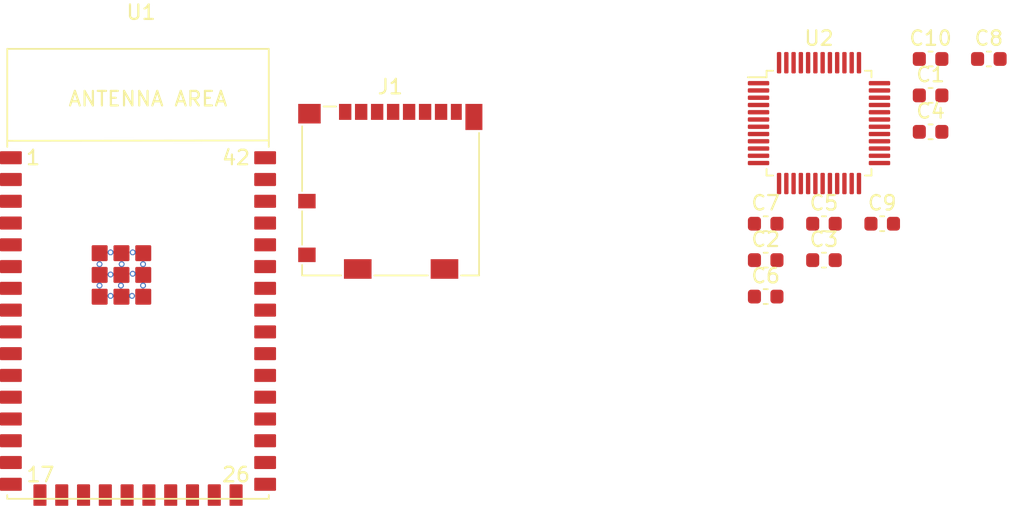
<source format=kicad_pcb>
(kicad_pcb (version 20210228) (generator pcbnew)
  (layers (0 "F.Cu" signal) (31 "B.Cu" signal) (34 "B.Paste" user) (35 "F.Paste" user) (36 "B.SilkS" user "B.Silkscreen") (37 "F.SilkS" user "F.Silkscreen") (38 "B.Mask" user) (39 "F.Mask" user) (44 "Edge.Cuts" user))
  (net 0 "")
  (net 1 "GNDA")
  (net 2 "VCC")
  (net 3 "GNDD")
  (net 40 "/CODEC_SI")
  (net 41 "/CODEC_SO")
  (net 65 "/Audio/CODEC_SO")
  (net 66 "/Audio/CODEC_SI")
  (net 67 "/Audio/CODEC_SCLK")
  (net 71 "/Audio/CODEC_~xCS")
  (net 75 "/Audio/CODEC_~xDCS")
  (net 80 "/Audio/CODEC_DREQ")
  (footprint "Capacitor_SMD:C_0603_1608Metric" (layer "F.Cu") (at 136.66 66.74)
    (fp_text reference "C5" (at 0 -1.43) (layer "F.SilkS"))
    (fp_text value "100nF")
    (fp_line (start -0.14058 0.51) (end 0.14058 0.51) (layer "F.SilkS") (width 0.12))
    (fp_line (start -0.14058 -0.51) (end 0.14058 -0.51) (layer "F.SilkS") (width 0.12))
    (pad "1" smd roundrect (at -0.775 0) (size 0.9 0.95) (layers "F.Cu" "F.Paste" "F.Mask") (net 2 "VCC"))
    (pad "2" smd roundrect (at 0.775 0) (size 0.9 0.95) (layers "F.Cu" "F.Paste" "F.Mask") (net 3 "GNDD"))
  )
  (footprint "Capacitor_SMD:C_0603_1608Metric" (layer "F.Cu") (at 144 57.9)
    (fp_text reference "C1" (at 0 -1.43) (layer "F.SilkS"))
    (fp_text value "100nF")
    (fp_line (start -0.14058 -0.51) (end 0.14058 -0.51) (layer "F.SilkS") (width 0.12))
    (fp_line (start -0.14058 0.51) (end 0.14058 0.51) (layer "F.SilkS") (width 0.12))
    (pad "1" smd roundrect (at -0.775 0) (size 0.9 0.95) (layers "F.Cu" "F.Paste" "F.Mask") (net 2 "VCC"))
    (pad "2" smd roundrect (at 0.775 0) (size 0.9 0.95) (layers "F.Cu" "F.Paste" "F.Mask") (net 1 "GNDA"))
  )
  (footprint "Capacitor_SMD:C_0603_1608Metric" (layer "F.Cu") (at 132.65 66.74)
    (fp_text reference "C7" (at 0 -1.43) (layer "F.SilkS"))
    (fp_text value "100nF")
    (fp_line (start -0.14058 -0.51) (end 0.14058 -0.51) (layer "F.SilkS") (width 0.12))
    (fp_line (start -0.14058 0.51) (end 0.14058 0.51) (layer "F.SilkS") (width 0.12))
    (pad "1" smd roundrect (at -0.775 0) (size 0.9 0.95) (layers "F.Cu" "F.Paste" "F.Mask") (net 2 "VCC"))
    (pad "2" smd roundrect (at 0.775 0) (size 0.9 0.95) (layers "F.Cu" "F.Paste" "F.Mask") (net 3 "GNDD"))
  )
  (footprint "Capacitor_SMD:C_0603_1608Metric" (layer "F.Cu") (at 132.65 71.76)
    (fp_text reference "C6" (at 0 -1.43) (layer "F.SilkS"))
    (fp_text value "100nF")
    (fp_line (start -0.14058 0.51) (end 0.14058 0.51) (layer "F.SilkS") (width 0.12))
    (fp_line (start -0.14058 -0.51) (end 0.14058 -0.51) (layer "F.SilkS") (width 0.12))
    (pad "1" smd roundrect (at -0.775 0) (size 0.9 0.95) (layers "F.Cu" "F.Paste" "F.Mask") (net 2 "VCC"))
    (pad "2" smd roundrect (at 0.775 0) (size 0.9 0.95) (layers "F.Cu" "F.Paste" "F.Mask") (net 3 "GNDD"))
  )
  (footprint "Capacitor_SMD:C_0603_1608Metric" (layer "F.Cu") (at 144 60.41)
    (fp_text reference "C4" (at 0 -1.43) (layer "F.SilkS"))
    (fp_text value "100nF")
    (fp_line (start -0.14058 -0.51) (end 0.14058 -0.51) (layer "F.SilkS") (width 0.12))
    (fp_line (start -0.14058 0.51) (end 0.14058 0.51) (layer "F.SilkS") (width 0.12))
    (pad "1" smd roundrect (at -0.775 0) (size 0.9 0.95) (layers "F.Cu" "F.Paste" "F.Mask") (net 2 "VCC"))
    (pad "2" smd roundrect (at 0.775 0) (size 0.9 0.95) (layers "F.Cu" "F.Paste" "F.Mask") (net 3 "GNDD"))
  )
  (footprint "Package_QFP:LQFP-48_7x7mm_P0.5mm" (layer "F.Cu") (at 136.32 59.81)
    (fp_text reference "U2" (at 0 -5.85) (layer "F.SilkS"))
    (fp_text value "VS1053B")
    (fp_line (start -3.16 3.61) (end -3.61 3.61) (layer "F.SilkS") (width 0.12))
    (fp_line (start -3.16 -3.61) (end -3.61 -3.61) (layer "F.SilkS") (width 0.12))
    (fp_line (start -3.61 -3.16) (end -4.9 -3.16) (layer "F.SilkS") (width 0.12))
    (fp_line (start 3.16 -3.61) (end 3.61 -3.61) (layer "F.SilkS") (width 0.12))
    (fp_line (start -3.61 3.61) (end -3.61 3.16) (layer "F.SilkS") (width 0.12))
    (fp_line (start 3.16 3.61) (end 3.61 3.61) (layer "F.SilkS") (width 0.12))
    (fp_line (start 3.61 -3.61) (end 3.61 -3.16) (layer "F.SilkS") (width 0.12))
    (fp_line (start 3.61 3.61) (end 3.61 3.16) (layer "F.SilkS") (width 0.12))
    (fp_line (start -3.61 -3.61) (end -3.61 -3.16) (layer "F.SilkS") (width 0.12))
    (pad "1" smd roundrect (at -4.1625 -2.75) (size 1.475 0.3) (layers "F.Cu" "F.Paste" "F.Mask"))
    (pad "2" smd roundrect (at -4.1625 -2.25) (size 1.475 0.3) (layers "F.Cu" "F.Paste" "F.Mask"))
    (pad "3" smd roundrect (at -4.1625 -1.75) (size 1.475 0.3) (layers "F.Cu" "F.Paste" "F.Mask"))
    (pad "4" smd roundrect (at -4.1625 -1.25) (size 1.475 0.3) (layers "F.Cu" "F.Paste" "F.Mask") (net 3 "GNDD"))
    (pad "5" smd roundrect (at -4.1625 -0.75) (size 1.475 0.3) (layers "F.Cu" "F.Paste" "F.Mask") (net 2 "VCC"))
    (pad "6" smd roundrect (at -4.1625 -0.25) (size 1.475 0.3) (layers "F.Cu" "F.Paste" "F.Mask") (net 2 "VCC"))
    (pad "7" smd roundrect (at -4.1625 0.25) (size 1.475 0.3) (layers "F.Cu" "F.Paste" "F.Mask") (net 2 "VCC"))
    (pad "8" smd roundrect (at -4.1625 0.75) (size 1.475 0.3) (layers "F.Cu" "F.Paste" "F.Mask") (net 80 "/Audio/CODEC_DREQ"))
    (pad "9" smd roundrect (at -4.1625 1.25) (size 1.475 0.3) (layers "F.Cu" "F.Paste" "F.Mask"))
    (pad "10" smd roundrect (at -4.1625 1.75) (size 1.475 0.3) (layers "F.Cu" "F.Paste" "F.Mask"))
    (pad "11" smd roundrect (at -4.1625 2.25) (size 1.475 0.3) (layers "F.Cu" "F.Paste" "F.Mask"))
    (pad "12" smd roundrect (at -4.1625 2.75) (size 1.475 0.3) (layers "F.Cu" "F.Paste" "F.Mask"))
    (pad "13" smd roundrect (at -2.75 4.1625) (size 0.3 1.475) (layers "F.Cu" "F.Paste" "F.Mask") (net 75 "/Audio/CODEC_~xDCS"))
    (pad "14" smd roundrect (at -2.25 4.1625) (size 0.3 1.475) (layers "F.Cu" "F.Paste" "F.Mask") (net 2 "VCC"))
    (pad "15" smd roundrect (at -1.75 4.1625) (size 0.3 1.475) (layers "F.Cu" "F.Paste" "F.Mask"))
    (pad "16" smd roundrect (at -1.25 4.1625) (size 0.3 1.475) (layers "F.Cu" "F.Paste" "F.Mask") (net 3 "GNDD"))
    (pad "17" smd roundrect (at -0.75 4.1625) (size 0.3 1.475) (layers "F.Cu" "F.Paste" "F.Mask"))
    (pad "18" smd roundrect (at -0.25 4.1625) (size 0.3 1.475) (layers "F.Cu" "F.Paste" "F.Mask"))
    (pad "19" smd roundrect (at 0.25 4.1625) (size 0.3 1.475) (layers "F.Cu" "F.Paste" "F.Mask") (net 2 "VCC"))
    (pad "20" smd roundrect (at 0.75 4.1625) (size 0.3 1.475) (layers "F.Cu" "F.Paste" "F.Mask") (net 3 "GNDD"))
    (pad "21" smd roundrect (at 1.25 4.1625) (size 0.3 1.475) (layers "F.Cu" "F.Paste" "F.Mask") (net 3 "GNDD"))
    (pad "22" smd roundrect (at 1.75 4.1625) (size 0.3 1.475) (layers "F.Cu" "F.Paste" "F.Mask") (net 3 "GNDD"))
    (pad "23" smd roundrect (at 2.25 4.1625) (size 0.3 1.475) (layers "F.Cu" "F.Paste" "F.Mask") (net 71 "/Audio/CODEC_~xCS"))
    (pad "24" smd roundrect (at 2.75 4.1625) (size 0.3 1.475) (layers "F.Cu" "F.Paste" "F.Mask") (net 2 "VCC"))
    (pad "25" smd roundrect (at 4.1625 2.75) (size 1.475 0.3) (layers "F.Cu" "F.Paste" "F.Mask"))
    (pad "26" smd roundrect (at 4.1625 2.25) (size 1.475 0.3) (layers "F.Cu" "F.Paste" "F.Mask"))
    (pad "27" smd roundrect (at 4.1625 1.75) (size 1.475 0.3) (layers "F.Cu" "F.Paste" "F.Mask"))
    (pad "28" smd roundrect (at 4.1625 1.25) (size 1.475 0.3) (layers "F.Cu" "F.Paste" "F.Mask") (net 67 "/Audio/CODEC_SCLK"))
    (pad "29" smd roundrect (at 4.1625 0.75) (size 1.475 0.3) (layers "F.Cu" "F.Paste" "F.Mask") (net 66 "/Audio/CODEC_SI"))
    (pad "30" smd roundrect (at 4.1625 0.25) (size 1.475 0.3) (layers "F.Cu" "F.Paste" "F.Mask") (net 65 "/Audio/CODEC_SO"))
    (pad "31" smd roundrect (at 4.1625 -0.25) (size 1.475 0.3) (layers "F.Cu" "F.Paste" "F.Mask") (net 2 "VCC"))
    (pad "32" smd roundrect (at 4.1625 -0.75) (size 1.475 0.3) (layers "F.Cu" "F.Paste" "F.Mask"))
    (pad "33" smd roundrect (at 4.1625 -1.25) (size 1.475 0.3) (layers "F.Cu" "F.Paste" "F.Mask"))
    (pad "34" smd roundrect (at 4.1625 -1.75) (size 1.475 0.3) (layers "F.Cu" "F.Paste" "F.Mask"))
    (pad "35" smd roundrect (at 4.1625 -2.25) (size 1.475 0.3) (layers "F.Cu" "F.Paste" "F.Mask") (net 3 "GNDD"))
    (pad "36" smd roundrect (at 4.1625 -2.75) (size 1.475 0.3) (layers "F.Cu" "F.Paste" "F.Mask"))
    (pad "37" smd roundrect (at 2.75 -4.1625) (size 0.3 1.475) (layers "F.Cu" "F.Paste" "F.Mask") (net 1 "GNDA"))
    (pad "38" smd roundrect (at 2.25 -4.1625) (size 0.3 1.475) (layers "F.Cu" "F.Paste" "F.Mask") (net 2 "VCC"))
    (pad "39" smd roundrect (at 1.75 -4.1625) (size 0.3 1.475) (layers "F.Cu" "F.Paste" "F.Mask"))
    (pad "40" smd roundrect (at 1.25 -4.1625) (size 0.3 1.475) (layers "F.Cu" "F.Paste" "F.Mask") (net 1 "GNDA"))
    (pad "41" smd roundrect (at 0.75 -4.1625) (size 0.3 1.475) (layers "F.Cu" "F.Paste" "F.Mask") (net 1 "GNDA"))
    (pad "42" smd roundrect (at 0.25 -4.1625) (size 0.3 1.475) (layers "F.Cu" "F.Paste" "F.Mask"))
    (pad "43" smd roundrect (at -0.25 -4.1625) (size 0.3 1.475) (layers "F.Cu" "F.Paste" "F.Mask") (net 2 "VCC"))
    (pad "44" smd roundrect (at -0.75 -4.1625) (size 0.3 1.475) (layers "F.Cu" "F.Paste" "F.Mask"))
    (pad "45" smd roundrect (at -1.25 -4.1625) (size 0.3 1.475) (layers "F.Cu" "F.Paste" "F.Mask") (net 2 "VCC"))
    (pad "46" smd roundrect (at -1.75 -4.1625) (size 0.3 1.475) (layers "F.Cu" "F.Paste" "F.Mask"))
    (pad "47" smd roundrect (at -2.25 -4.1625) (size 0.3 1.475) (layers "F.Cu" "F.Paste" "F.Mask") (net 1 "GNDA"))
    (pad "48" smd roundrect (at -2.75 -4.1625) (size 0.3 1.475) (layers "F.Cu" "F.Paste" "F.Mask"))
  )
  (footprint "Capacitor_SMD:C_0603_1608Metric" (layer "F.Cu") (at 144 55.39)
    (fp_text reference "C10" (at 0 -1.43) (layer "F.SilkS"))
    (fp_text value "100nF")
    (fp_line (start -0.14058 -0.51) (end 0.14058 -0.51) (layer "F.SilkS") (width 0.12))
    (fp_line (start -0.14058 0.51) (end 0.14058 0.51) (layer "F.SilkS") (width 0.12))
    (pad "1" smd roundrect (at -0.775 0) (size 0.9 0.95) (layers "F.Cu" "F.Paste" "F.Mask") (net 2 "VCC"))
    (pad "2" smd roundrect (at 0.775 0) (size 0.9 0.95) (layers "F.Cu" "F.Paste" "F.Mask") (net 3 "GNDD"))
  )
  (footprint "Capacitor_SMD:C_0603_1608Metric" (layer "F.Cu") (at 132.65 69.25)
    (fp_text reference "C2" (at 0 -1.43) (layer "F.SilkS"))
    (fp_text value "100nF")
    (fp_line (start -0.14058 -0.51) (end 0.14058 -0.51) (layer "F.SilkS") (width 0.12))
    (fp_line (start -0.14058 0.51) (end 0.14058 0.51) (layer "F.SilkS") (width 0.12))
    (pad "1" smd roundrect (at -0.775 0) (size 0.9 0.95) (layers "F.Cu" "F.Paste" "F.Mask") (net 2 "VCC"))
    (pad "2" smd roundrect (at 0.775 0) (size 0.9 0.95) (layers "F.Cu" "F.Paste" "F.Mask") (net 1 "GNDA"))
  )
  (footprint "Connector_Card:microSD_HC_Molex_104031-0811" (layer "F.Cu") (at 106.81 64.485)
    (fp_text reference "J1" (at 0 -7.18) (layer "F.SilkS"))
    (fp_text value "Micro_SD_Card")
    (fp_line (start -6.07 1.4) (end -6.07 3.7) (layer "F.SilkS") (width 0.12))
    (fp_line (start 4.88 5.82) (end 6.11 5.82) (layer "F.SilkS") (width 0.12))
    (fp_line (start -1.09 5.82) (end 2.58 5.82) (layer "F.SilkS") (width 0.12))
    (fp_line (start -6.07 5.82) (end -3.39 5.82) (layer "F.SilkS") (width 0.12))
    (fp_line (start -6.07 5.1) (end -6.07 5.82) (layer "F.SilkS") (width 0.12))
    (fp_line (start -4.59 -5.82) (end -3.73 -5.82) (layer "F.SilkS") (width 0.12))
    (fp_line (start 6.11 5.82) (end 6.11 -4) (layer "F.SilkS") (width 0.12))
    (fp_line (start -6.07 -4.45) (end -6.07 0) (layer "F.SilkS") (width 0.12))
    (pad "1" smd rect (at -3.105 -5.45) (size 0.85 1.1) (layers "F.Cu" "F.Paste" "F.Mask"))
    (pad "2" smd rect (at -2.005 -5.45) (size 0.85 1.1) (layers "F.Cu" "F.Paste" "F.Mask"))
    (pad "3" smd rect (at -0.905 -5.45) (size 0.85 1.1) (layers "F.Cu" "F.Paste" "F.Mask"))
    (pad "4" smd rect (at 0.195 -5.45) (size 0.85 1.1) (layers "F.Cu" "F.Paste" "F.Mask"))
    (pad "5" smd rect (at 1.295 -5.45) (size 0.85 1.1) (layers "F.Cu" "F.Paste" "F.Mask"))
    (pad "6" smd rect (at 2.395 -5.45) (size 0.85 1.1) (layers "F.Cu" "F.Paste" "F.Mask"))
    (pad "7" smd rect (at 3.495 -5.45) (size 0.85 1.1) (layers "F.Cu" "F.Paste" "F.Mask"))
    (pad "8" smd rect (at 4.545 -5.45) (size 0.75 1.1) (layers "F.Cu" "F.Paste" "F.Mask"))
    (pad "9" smd rect (at -5.74 0.7) (size 1.2 1) (layers "F.Cu" "F.Paste" "F.Mask"))
    (pad "10" smd rect (at -5.74 4.4) (size 1.2 1) (layers "F.Cu" "F.Paste" "F.Mask"))
    (pad "11" smd rect (at -2.24 5.375) (size 1.9 1.35) (layers "F.Cu" "F.Paste" "F.Mask"))
    (pad "11" smd rect (at 5.755 -5.1) (size 1.17 1.8) (layers "F.Cu" "F.Paste" "F.Mask"))
    (pad "11" smd rect (at 3.73 5.375) (size 1.9 1.35) (layers "F.Cu" "F.Paste" "F.Mask"))
    (pad "11" smd rect (at -5.565 -5.325) (size 1.55 1.35) (layers "F.Cu" "F.Paste" "F.Mask"))
  )
  (footprint "Capacitor_SMD:C_0603_1608Metric" (layer "F.Cu") (at 140.67 66.74)
    (fp_text reference "C9" (at 0 -1.43) (layer "F.SilkS"))
    (fp_text value "100nF")
    (fp_line (start -0.14058 0.51) (end 0.14058 0.51) (layer "F.SilkS") (width 0.12))
    (fp_line (start -0.14058 -0.51) (end 0.14058 -0.51) (layer "F.SilkS") (width 0.12))
    (pad "1" smd roundrect (at -0.775 0) (size 0.9 0.95) (layers "F.Cu" "F.Paste" "F.Mask") (net 2 "VCC"))
    (pad "2" smd roundrect (at 0.775 0) (size 0.9 0.95) (layers "F.Cu" "F.Paste" "F.Mask") (net 3 "GNDD"))
  )
  (footprint "HoerbaerFootprints:esp32-s2-wrooom" (layer "F.Cu") (at 89.495 70.095)
    (fp_text reference "U1" (at 0.16 -17.92) (layer "F.SilkS"))
    (fp_text value "esp32-s2-wroom")
    (fp_text user "26" (at 6.698 13.937) (layer "F.SilkS"))
    (fp_text user "ANTENNA AREA" (at 0.63 -11.96) (layer "F.SilkS"))
    (fp_text user "17" (at -6.764 13.937) (layer "F.SilkS"))
    (fp_text user "42" (at 6.698 -7.907) (layer "F.SilkS"))
    (fp_text user "1" (at -7.272 -7.907) (layer "F.SilkS"))
    (fp_line (start -9.05 15.6) (end 8.95 15.6) (layer "F.SilkS") (width 0.12))
    (fp_line (start 8.95 15.35) (end 8.95 15.6) (layer "F.SilkS") (width 0.12))
    (fp_line (start 8.95 -15.4) (end -9.05 -15.4) (layer "F.SilkS") (width 0.12))
    (fp_line (start 8.95 -8.65) (end 8.95 -15.4) (layer "F.SilkS") (width 0.12))
    (fp_line (start -9.05 15.35) (end -9.05 15.6) (layer "F.SilkS") (width 0.12))
    (fp_line (start -9.05 -15.4) (end -9.05 -8.65) (layer "F.SilkS") (width 0.12))
    (fp_line (start 8.95 -9.09) (end -9.05 -9.07) (layer "F.SilkS") (width 0.12))
    (pad "" thru_hole circle (at -1.938 -1.3792 180) (size 0.4 0.4) (drill oval 0.25) (layers *.Cu *.Mask))
    (pad "" thru_hole circle (at -2.7 -0.5664 180) (size 0.4 0.4) (drill oval 0.25) (layers *.Cu *.Mask))
    (pad "" thru_hole circle (at -0.414 0.094 180) (size 0.4 0.4) (drill oval 0.25) (layers *.Cu *.Mask))
    (pad "" thru_hole circle (at -0.414 -1.3792 180) (size 0.4 0.4) (drill oval 0.25) (layers *.Cu *.Mask))
    (pad "" thru_hole circle (at -2.7 0.9068 180) (size 0.4 0.4) (drill oval 0.25) (layers *.Cu *.Mask))
    (pad "" thru_hole circle (at 0.2972 0.9068 180) (size 0.4 0.4) (drill oval 0.25) (layers *.Cu *.Mask))
    (pad "" thru_hole circle (at -1.176 -0.5664 180) (size 0.4 0.4) (drill oval 0.25) (layers *.Cu *.Mask))
    (pad "" thru_hole circle (at 0.2972 -0.5664 180) (size 0.4 0.4) (drill oval 0.25) (layers *.Cu *.Mask))
    (pad "" thru_hole circle (at -0.4648 1.618 180) (size 0.4 0.4) (drill oval 0.25) (layers *.Cu *.Mask))
    (pad "" thru_hole circle (at -1.938 1.618 180) (size 0.4 0.4) (drill oval 0.25) (layers *.Cu *.Mask))
    (pad "" thru_hole circle (at -1.938 0.1448 180) (size 0.4 0.4) (drill oval 0.25) (layers *.Cu *.Mask))
    (pad "" thru_hole circle (at -1.2268 0.9068 180) (size 0.4 0.4) (drill oval 0.25) (layers *.Cu *.Mask))
    (pad "1" smd roundrect (at -8.8 -7.9) (size 1.5 0.9) (layers "F.Cu" "F.Paste" "F.Mask") (roundrect_rratio 0.079))
    (pad "2" smd roundrect (at -8.8 -6.4) (size 1.5 0.9) (layers "F.Cu" "F.Paste" "F.Mask") (roundrect_rratio 0.079))
    (pad "3" smd roundrect (at -8.8 -4.9) (size 1.5 0.9) (layers "F.Cu" "F.Paste" "F.Mask") (roundrect_rratio 0.079))
    (pad "4" smd roundrect (at -8.8 -3.4) (size 1.5 0.9) (layers "F.Cu" "F.Paste" "F.Mask") (roundrect_rratio 0.079))
    (pad "5" smd roundrect (at -8.8 -1.9) (size 1.5 0.9) (layers "F.Cu" "F.Paste" "F.Mask") (roundrect_rratio 0.079))
    (pad "6" smd roundrect (at -8.8 -0.4) (size 1.5 0.9) (layers "F.Cu" "F.Paste" "F.Mask") (roundrect_rratio 0.079))
    (pad "7" smd roundrect (at -8.8 1.1) (size 1.5 0.9) (layers "F.Cu" "F.Paste" "F.Mask") (roundrect_rratio 0.079))
    (pad "8" smd roundrect (at -8.8 2.6) (size 1.5 0.9) (layers "F.Cu" "F.Paste" "F.Mask") (roundrect_rratio 0.079))
    (pad "9" smd roundrect (at -8.8 4.1) (size 1.5 0.9) (layers "F.Cu" "F.Paste" "F.Mask") (roundrect_rratio 0.079))
    (pad "10" smd roundrect (at -8.8 5.6) (size 1.5 0.9) (layers "F.Cu" "F.Paste" "F.Mask") (roundrect_rratio 0.079))
    (pad "11" smd roundrect (at -8.8 7.1) (size 1.5 0.9) (layers "F.Cu" "F.Paste" "F.Mask") (roundrect_rratio 0.079))
    (pad "12" smd roundrect (at -8.8 8.6) (size 1.5 0.9) (layers "F.Cu" "F.Paste" "F.Mask") (roundrect_rratio 0.079))
    (pad "13" smd roundrect (at -8.8 10.1) (size 1.5 0.9) (layers "F.Cu" "F.Paste" "F.Mask") (roundrect_rratio 0.079))
    (pad "14" smd roundrect (at -8.8 11.6) (size 1.5 0.9) (layers "F.Cu" "F.Paste" "F.Mask") (roundrect_rratio 0.079))
    (pad "15" smd roundrect (at -8.8 13.1) (size 1.5 0.9) (layers "F.Cu" "F.Paste" "F.Mask") (roundrect_rratio 0.079) (net 41 "/CODEC_SO"))
    (pad "16" smd roundrect (at -8.8 14.6) (size 1.5 0.9) (layers "F.Cu" "F.Paste" "F.Mask") (roundrect_rratio 0.079) (net 40 "/CODEC_SI"))
    (pad "17" smd roundrect (at -6.8 15.35 90) (size 1.5 0.9) (layers "F.Cu" "F.Paste" "F.Mask") (roundrect_rratio 0.079))
    (pad "18" smd roundrect (at -5.3 15.35 90) (size 1.5 0.9) (layers "F.Cu" "F.Paste" "F.Mask") (roundrect_rratio 0.079))
    (pad "19" smd roundrect (at -3.8 15.35 90) (size 1.5 0.9) (layers "F.Cu" "F.Paste" "F.Mask") (roundrect_rratio 0.079))
    (pad "20" smd roundrect (at -2.3 15.35 90) (size 1.5 0.9) (layers "F.Cu" "F.Paste" "F.Mask") (roundrect_rratio 0.079))
    (pad "21" smd roundrect (at -0.8 15.35 90) (size 1.5 0.9) (layers "F.Cu" "F.Paste" "F.Mask") (roundrect_rratio 0.079))
    (pad "22" smd roundrect (at 0.7 15.35 90) (size 1.5 0.9) (layers "F.Cu" "F.Paste" "F.Mask") (roundrect_rratio 0.079))
    (pad "23" smd roundrect (at 2.2 15.35 90) (size 1.5 0.9) (layers "F.Cu" "F.Paste" "F.Mask") (roundrect_rratio 0.079))
    (pad "24" smd roundrect (at 3.7 15.35 90) (size 1.5 0.9) (layers "F.Cu" "F.Paste" "F.Mask") (roundrect_rratio 0.079))
    (pad "25" smd roundrect (at 5.2 15.35 90) (size 1.5 0.9) (layers "F.Cu" "F.Paste" "F.Mask") (roundrect_rratio 0.079))
    (pad "26" smd roundrect (at 6.7 15.35 90) (size 1.5 0.9) (layers "F.Cu" "F.Paste" "F.Mask") (roundrect_rratio 0.079))
    (pad "27" smd roundrect (at 8.7 14.6 180) (size 1.5 0.9) (layers "F.Cu" "F.Paste" "F.Mask") (roundrect_rratio 0.079))
    (pad "28" smd roundrect (at 8.7 13.1 180) (size 1.5 0.9) (layers "F.Cu" "F.Paste" "F.Mask") (roundrect_rratio 0.079))
    (pad "29" smd roundrect (at 8.7 11.6 180) (size 1.5 0.9) (layers "F.Cu" "F.Paste" "F.Mask") (roundrect_rratio 0.079))
    (pad "30" smd roundrect (at 8.7 10.1 180) (size 1.5 0.9) (layers "F.Cu" "F.Paste" "F.Mask") (roundrect_rratio 0.079))
    (pad "31" smd roundrect (at 8.7 8.6 180) (size 1.5 0.9) (layers "F.Cu" "F.Paste" "F.Mask") (roundrect_rratio 0.079))
    (pad "32" smd roundrect (at 8.7 7.1 180) (size 1.5 0.9) (layers "F.Cu" "F.Paste" "F.Mask") (roundrect_rratio 0.079))
    (pad "33" smd roundrect (at 8.7 5.6 180) (size 1.5 0.9) (layers "F.Cu" "F.Paste" "F.Mask") (roundrect_rratio 0.079))
    (pad "34" smd roundrect (at 8.7 4.1 180) (size 1.5 0.9) (layers "F.Cu" "F.Paste" "F.Mask") (roundrect_rratio 0.079))
    (pad "35" smd roundrect (at 8.7 2.6 180) (size 1.5 0.9) (layers "F.Cu" "F.Paste" "F.Mask") (roundrect_rratio 0.079))
    (pad "36" smd roundrect (at 8.7 1.1 180) (size 1.5 0.9) (layers "F.Cu" "F.Paste" "F.Mask") (roundrect_rratio 0.079))
    (pad "37" smd roundrect (at 8.7 -0.4 180) (size 1.5 0.9) (layers "F.Cu" "F.Paste" "F.Mask") (roundrect_rratio 0.079))
    (pad "38" smd roundrect (at 8.7 -1.9 180) (size 1.5 0.9) (layers "F.Cu" "F.Paste" "F.Mask") (roundrect_rratio 0.079))
    (pad "39" smd roundrect (at 8.7 -3.4 180) (size 1.5 0.9) (layers "F.Cu" "F.Paste" "F.Mask") (roundrect_rratio 0.079))
    (pad "40" smd roundrect (at 8.7 -4.9 180) (size 1.5 0.9) (layers "F.Cu" "F.Paste" "F.Mask") (roundrect_rratio 0.079))
    (pad "41" smd roundrect (at 8.7 -6.4 180) (size 1.5 0.9) (layers "F.Cu" "F.Paste" "F.Mask") (roundrect_rratio 0.079))
    (pad "42" smd roundrect (at 8.7 -7.9 180) (size 1.5 0.9) (layers "F.Cu" "F.Paste" "F.Mask") (roundrect_rratio 0.079))
    (pad "43" smd roundrect (at -1.19 1.675 180) (size 1.1 1.1) (layers "F.Cu" "F.Paste" "F.Mask") (roundrect_rratio 0.079))
    (pad "43" smd roundrect (at -2.69 1.675 180) (size 1.1 1.1) (layers "F.Cu" "F.Paste" "F.Mask") (roundrect_rratio 0.079))
    (pad "43" smd roundrect (at 0.31 0.175 180) (size 1.1 1.1) (layers "F.Cu" "F.Paste" "F.Mask") (roundrect_rratio 0.079))
    (pad "43" smd roundrect (at -2.69 -1.325 180) (size 1.1 1.1) (layers "F.Cu" "F.Paste" "F.Mask") (roundrect_rratio 0.079))
    (pad "43" smd roundrect (at -2.69 0.175 180) (size 1.1 1.1) (layers "F.Cu" "F.Paste" "F.Mask") (roundrect_rratio 0.079))
    (pad "43" smd roundrect (at -1.19 0.175 180) (size 1.1 1.1) (layers "F.Cu" "F.Paste" "F.Mask") (roundrect_rratio 0.079))
    (pad "43" smd roundrect (at 0.31 1.675 180) (size 1.1 1.1) (layers "F.Cu" "F.Paste" "F.Mask") (roundrect_rratio 0.079))
    (pad "43" smd roundrect (at -1.19 -1.325 180) (size 1.1 1.1) (layers "F.Cu" "F.Paste" "F.Mask") (roundrect_rratio 0.079))
    (pad "43" smd roundrect (at 0.31 -1.325 180) (size 1.1 1.1) (layers "F.Cu" "F.Paste" "F.Mask") (roundrect_rratio 0.079))
  )
  (footprint "Capacitor_SMD:C_0603_1608Metric" (layer "F.Cu") (at 148.01 55.39)
    (fp_text reference "C8" (at 0 -1.43) (layer "F.SilkS"))
    (fp_text value "100nF")
    (fp_line (start -0.14058 0.51) (end 0.14058 0.51) (layer "F.SilkS") (width 0.12))
    (fp_line (start -0.14058 -0.51) (end 0.14058 -0.51) (layer "F.SilkS") (width 0.12))
    (pad "1" smd roundrect (at -0.775 0) (size 0.9 0.95) (layers "F.Cu" "F.Paste" "F.Mask") (net 2 "VCC"))
    (pad "2" smd roundrect (at 0.775 0) (size 0.9 0.95) (layers "F.Cu" "F.Paste" "F.Mask") (net 3 "GNDD"))
  )
  (footprint "Capacitor_SMD:C_0603_1608Metric" (layer "F.Cu") (at 136.66 69.25)
    (fp_text reference "C3" (at 0 -1.43) (layer "F.SilkS"))
    (fp_text value "100nF")
    (fp_line (start -0.14058 0.51) (end 0.14058 0.51) (layer "F.SilkS") (width 0.12))
    (fp_line (start -0.14058 -0.51) (end 0.14058 -0.51) (layer "F.SilkS") (width 0.12))
    (pad "1" smd roundrect (at -0.775 0) (size 0.9 0.95) (layers "F.Cu" "F.Paste" "F.Mask") (net 2 "VCC"))
    (pad "2" smd roundrect (at 0.775 0) (size 0.9 0.95) (layers "F.Cu" "F.Paste" "F.Mask") (net 1 "GNDA"))
  )
)
</source>
